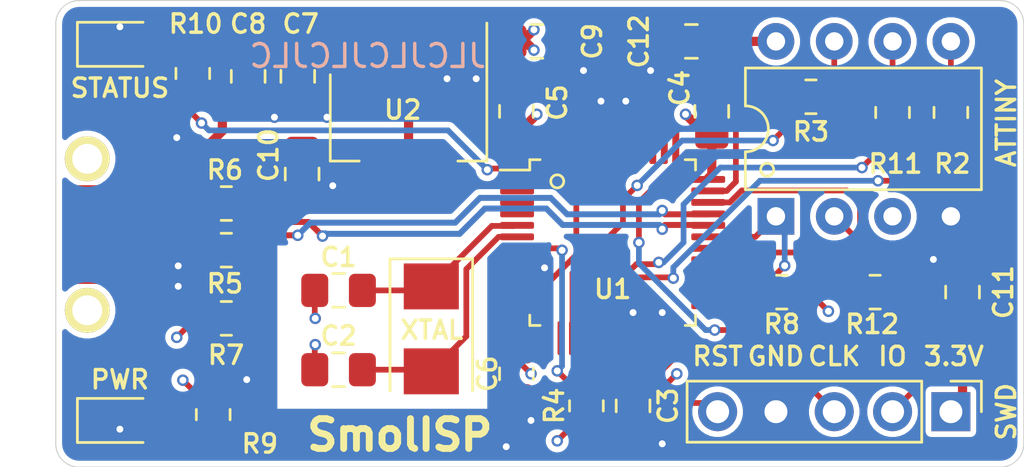
<source format=kicad_pcb>
(kicad_pcb (version 20171130) (host pcbnew "(5.1.8-0-10_14)")
  (title_block (title SmolISP) (date 2021-01-10) (company "Tibor Djurica Potpara"))
  (layers (0 F.Cu signal) (1 In1.Cu signal) (2 In2.Cu signal) (31 B.Cu signal) (34 B.Paste user hide) (35 F.Paste user hide) (36 B.SilkS user hide) (37 F.SilkS user) (38 B.Mask user hide) (39 F.Mask user hide) (44 Edge.Cuts user))
  (net 0 "")
  (net 1 "Net-(U1-Pad46)")
  (net 2 "Net-(U1-Pad45)")
  (net 3 "Net-(U1-Pad43)")
  (net 4 "Net-(U1-Pad42)")
  (net 5 "Net-(U1-Pad41)")
  (net 6 "Net-(U1-Pad40)")
  (net 7 "Net-(U1-Pad39)")
  (net 8 "Net-(U1-Pad38)")
  (net 9 "Net-(U1-Pad30)")
  (net 10 "Net-(U1-Pad28)")
  (net 11 "Net-(U1-Pad27)")
  (net 12 "Net-(U1-Pad26)")
  (net 13 "Net-(U1-Pad25)")
  (net 14 "Net-(U1-Pad22)")
  (net 15 "Net-(U1-Pad21)")
  (net 16 "Net-(U1-Pad19)")
  (net 17 "Net-(U1-Pad18)")
  (net 18 "Net-(U1-Pad14)")
  (net 19 "Net-(U1-Pad13)")
  (net 20 "Net-(U1-Pad12)")
  (net 21 "Net-(U1-Pad10)")
  (net 22 "Net-(U1-Pad4)")
  (net 23 "Net-(U1-Pad3)")
  (net 24 "Net-(U1-Pad2)")
  (net 25 "Net-(U1-Pad1)")
  (net 26 GND)
  (net 27 +5V)
  (net 28 +3V3)
  (net 29 "Net-(C1-Pad1)")
  (net 30 "Net-(C2-Pad1)")
  (net 31 "Net-(R2-Pad2)")
  (net 32 "Net-(R3-Pad2)")
  (net 33 USB+)
  (net 34 USB-)
  (net 35 "Net-(U3-Pad3)")
  (net 36 ISP_RESET)
  (net 37 ISP_MOSI)
  (net 38 ISP_MISO)
  (net 39 ISP_CLK)
  (net 40 "Net-(D1-Pad2)")
  (net 41 SWD_CLK)
  (net 42 SWD_IO)
  (net 43 "Net-(R10-Pad1)")
  (net 44 "Net-(R11-Pad2)")
  (net 45 "Net-(R12-Pad2)")
  (net 46 "Net-(J1-Pad4)")
  (net 47 /USB_CONN+)
  (net 48 /USB_CONN-)
  (net 49 SWD_NRST)
  (net 50 "Net-(D2-Pad2)")
  (net 51 ISP_AUX_CLOCK)
  (module 10118193-0001LF:101181930001LF (layer F.Cu) (at 131.4946 106.7116 270)
    (fp_text reference J1)
    (fp_text value USB_B_Micro)
    (pad MP4 smd rect (at 3.2 -2.375) (size 1.4 1.6) (layers F.Cu F.Paste F.Mask))
    (pad MP3 smd rect (at 1.2 0.075) (size 1.6 1.9) (layers F.Cu F.Paste F.Mask))
    (pad MP2 smd rect (at -1.2 0.075) (size 1.6 1.9) (layers F.Cu F.Paste F.Mask))
    (pad MP1 smd rect (at -3.2 -2.375) (size 1.4 1.6) (layers F.Cu F.Paste F.Mask))
    (pad MH2 thru_hole circle (at 3.3 0.075) (size 1.95 1.95) (drill 1.3) (layers *.Cu *.Mask F.SilkS))
    (pad MH1 thru_hole circle (at -3.3 0.075) (size 1.95 1.95) (drill 1.3) (layers *.Cu *.Mask F.SilkS))
    (pad 5 smd rect (at 1.3 -2.6 270) (size 0.4 1.35) (layers F.Cu F.Paste F.Mask) (net 26 GND))
    (pad 4 smd rect (at 0.65 -2.6 270) (size 0.4 1.35) (layers F.Cu F.Paste F.Mask) (net 46 "Net-(J1-Pad4)"))
    (pad 3 smd rect (at 0 -2.6 270) (size 0.4 1.35) (layers F.Cu F.Paste F.Mask) (net 47 /USB_CONN+))
    (pad 2 smd rect (at -0.65 -2.6 270) (size 0.4 1.35) (layers F.Cu F.Paste F.Mask) (net 48 /USB_CONN-))
    (pad 1 smd rect (at -1.3 -2.6 270) (size 0.4 1.35) (layers F.Cu F.Paste F.Mask) (net 27 +5V))
  )
  (module Connector_PinHeader_2.54mm:PinHeader_1x05_P2.54mm_Vertical (layer F.Cu) (at 169.037 114.427 270)
    (fp_text reference J2 hide)
    (fp_text value SWD)
    (pad 1 thru_hole rect (at 0 0 270) (size 1.7 1.7) (drill 1) (layers *.Cu *.Mask) (net 28 +3V3))
    (pad 2 thru_hole oval (at 0 2.54 270) (size 1.7 1.7) (drill 1) (layers *.Cu *.Mask) (net 42 SWD_IO))
    (pad 3 thru_hole oval (at 0 5.08 270) (size 1.7 1.7) (drill 1) (layers *.Cu *.Mask) (net 41 SWD_CLK))
    (pad 4 thru_hole oval (at 0 7.62 270) (size 1.7 1.7) (drill 1) (layers *.Cu *.Mask) (net 26 GND))
    (pad 5 thru_hole oval (at 0 10.16 270) (size 1.7 1.7) (drill 1) (layers *.Cu *.Mask) (net 49 SWD_NRST))
  )
  (module Resistor_SMD:R_0805_2012Metric_Pad1.20x1.40mm_HandSolder (layer F.Cu) (at 165.735 109.22)
    (fp_text reference R12 (at -0.127 1.397) (layer F.SilkS) (effects (font (size 0.8 0.8))))
    (fp_text value 1k)
    (pad 2 smd roundrect (at 1 0) (size 1.2 1.4) (layers F.Cu F.Paste F.Mask) (roundrect_rratio 0.2083325) (net 45 "Net-(R12-Pad2)"))
    (pad 1 smd roundrect (at -1 0) (size 1.2 1.4) (layers F.Cu F.Paste F.Mask) (roundrect_rratio 0.2083325) (net 51 ISP_AUX_CLOCK))
  )
  (module Package_DIP:DIP-8_W7.62mm (layer F.Cu) (at 161.417 105.918 90)
    (fp_text reference U3)
    (fp_text value ATtiny85-20PU)
    (pad 8 thru_hole oval (at 7.62 0 90) (size 1.6 1.6) (drill 0.8) (layers *.Cu *.Mask) (net 28 +3V3))
    (pad 4 thru_hole oval (at 0 7.62 90) (size 1.6 1.6) (drill 0.8) (layers *.Cu *.Mask) (net 26 GND))
    (pad 7 thru_hole oval (at 7.62 2.54 90) (size 1.6 1.6) (drill 0.8) (layers *.Cu *.Mask) (net 32 "Net-(R3-Pad2)"))
    (pad 3 thru_hole oval (at 0 5.08 90) (size 1.6 1.6) (drill 0.8) (layers *.Cu *.Mask) (net 35 "Net-(U3-Pad3)"))
    (pad 6 thru_hole oval (at 7.62 5.08 90) (size 1.6 1.6) (drill 0.8) (layers *.Cu *.Mask) (net 44 "Net-(R11-Pad2)"))
    (pad 2 thru_hole oval (at 0 2.54 90) (size 1.6 1.6) (drill 0.8) (layers *.Cu *.Mask) (net 45 "Net-(R12-Pad2)"))
    (pad 5 thru_hole oval (at 7.62 7.62 90) (size 1.6 1.6) (drill 0.8) (layers *.Cu *.Mask) (net 31 "Net-(R2-Pad2)"))
    (pad 1 thru_hole rect (at 0 0 90) (size 1.6 1.6) (drill 0.8) (layers *.Cu *.Mask) (net 36 ISP_RESET))
  )
  (module Resistor_SMD:R_0805_2012Metric_Pad1.20x1.40mm_HandSolder (layer F.Cu) (at 136.906 114.554 270)
    (fp_text reference R9 (at 1.27 -2.032) (layer F.SilkS) (effects (font (size 0.8 0.8))))
    (fp_text value 1k)
    (pad 2 smd roundrect (at 1 0 270) (size 1.2 1.4) (layers F.Cu F.Paste F.Mask) (roundrect_rratio 0.2083325) (net 40 "Net-(D1-Pad2)"))
    (pad 1 smd roundrect (at -1 0 270) (size 1.2 1.4) (layers F.Cu F.Paste F.Mask) (roundrect_rratio 0.2083325) (net 28 +3V3))
  )
  (module Resistor_SMD:R_0805_2012Metric_Pad1.20x1.40mm_HandSolder (layer F.Cu) (at 166.497 101.3935 90)
    (fp_text reference R11 (at -2.2385 0.127 180) (layer F.SilkS) (effects (font (size 0.8 0.8))))
    (fp_text value 1k)
    (pad 2 smd roundrect (at 1 0 90) (size 1.2 1.4) (layers F.Cu F.Paste F.Mask) (roundrect_rratio 0.2083325) (net 44 "Net-(R11-Pad2)"))
    (pad 1 smd roundrect (at -1 0 90) (size 1.2 1.4) (layers F.Cu F.Paste F.Mask) (roundrect_rratio 0.2083325) (net 38 ISP_MISO))
  )
  (module Resistor_SMD:R_0805_2012Metric_Pad1.20x1.40mm_HandSolder (layer F.Cu) (at 162.941 100.711)
    (fp_text reference R3 (at 0 1.524 180) (layer F.SilkS) (effects (font (size 0.8 0.8))))
    (fp_text value 1k)
    (pad 2 smd roundrect (at 1 0) (size 1.2 1.4) (layers F.Cu F.Paste F.Mask) (roundrect_rratio 0.2083325) (net 32 "Net-(R3-Pad2)"))
    (pad 1 smd roundrect (at -1 0) (size 1.2 1.4) (layers F.Cu F.Paste F.Mask) (roundrect_rratio 0.2083325) (net 39 ISP_CLK))
  )
  (module Resistor_SMD:R_0805_2012Metric_Pad1.20x1.40mm_HandSolder (layer F.Cu) (at 169.037 101.3935 90)
    (fp_text reference R2 (at -2.2385 0.0635) (layer F.SilkS) (effects (font (size 0.8 0.8))))
    (fp_text value 1k)
    (pad 2 smd roundrect (at 1 0 90) (size 1.2 1.4) (layers F.Cu F.Paste F.Mask) (roundrect_rratio 0.2083325) (net 31 "Net-(R2-Pad2)"))
    (pad 1 smd roundrect (at -1 0 90) (size 1.2 1.4) (layers F.Cu F.Paste F.Mask) (roundrect_rratio 0.2083325) (net 37 ISP_MOSI))
  )
  (module Package_QFP:LQFP-48_7x7mm_P0.5mm (layer F.Cu) (at 154.305 107.061)
    (fp_text reference U1 (at 0 2.032) (layer F.SilkS) (effects (font (size 0.8 0.8))))
    (fp_text value STM32F103C8Tx)
    (pad 48 smd roundrect (at -2.75 -4.1625) (size 0.3 1.475) (layers F.Cu F.Paste F.Mask) (net 28 +3V3))
    (pad 47 smd roundrect (at -2.25 -4.1625) (size 0.3 1.475) (layers F.Cu F.Paste F.Mask) (net 26 GND))
    (pad 46 smd roundrect (at -1.75 -4.1625) (size 0.3 1.475) (layers F.Cu F.Paste F.Mask) (net 1 "Net-(U1-Pad46)"))
    (pad 45 smd roundrect (at -1.25 -4.1625) (size 0.3 1.475) (layers F.Cu F.Paste F.Mask) (net 2 "Net-(U1-Pad45)"))
    (pad 44 smd roundrect (at -0.75 -4.1625) (size 0.3 1.475) (layers F.Cu F.Paste F.Mask) (net 26 GND))
    (pad 43 smd roundrect (at -0.25 -4.1625) (size 0.3 1.475) (layers F.Cu F.Paste F.Mask) (net 3 "Net-(U1-Pad43)"))
    (pad 42 smd roundrect (at 0.25 -4.1625) (size 0.3 1.475) (layers F.Cu F.Paste F.Mask) (net 4 "Net-(U1-Pad42)"))
    (pad 41 smd roundrect (at 0.75 -4.1625) (size 0.3 1.475) (layers F.Cu F.Paste F.Mask) (net 5 "Net-(U1-Pad41)"))
    (pad 40 smd roundrect (at 1.25 -4.1625) (size 0.3 1.475) (layers F.Cu F.Paste F.Mask) (net 6 "Net-(U1-Pad40)"))
    (pad 39 smd roundrect (at 1.75 -4.1625) (size 0.3 1.475) (layers F.Cu F.Paste F.Mask) (net 7 "Net-(U1-Pad39)"))
    (pad 38 smd roundrect (at 2.25 -4.1625) (size 0.3 1.475) (layers F.Cu F.Paste F.Mask) (net 8 "Net-(U1-Pad38)"))
    (pad 37 smd roundrect (at 2.75 -4.1625) (size 0.3 1.475) (layers F.Cu F.Paste F.Mask) (net 41 SWD_CLK))
    (pad 36 smd roundrect (at 4.1625 -2.75) (size 1.475 0.3) (layers F.Cu F.Paste F.Mask) (net 28 +3V3))
    (pad 35 smd roundrect (at 4.1625 -2.25) (size 1.475 0.3) (layers F.Cu F.Paste F.Mask) (net 26 GND))
    (pad 34 smd roundrect (at 4.1625 -1.75) (size 1.475 0.3) (layers F.Cu F.Paste F.Mask) (net 42 SWD_IO))
    (pad 33 smd roundrect (at 4.1625 -1.25) (size 1.475 0.3) (layers F.Cu F.Paste F.Mask) (net 33 USB+))
    (pad 32 smd roundrect (at 4.1625 -0.75) (size 1.475 0.3) (layers F.Cu F.Paste F.Mask) (net 34 USB-))
    (pad 31 smd roundrect (at 4.1625 -0.25) (size 1.475 0.3) (layers F.Cu F.Paste F.Mask) (net 36 ISP_RESET))
    (pad 30 smd roundrect (at 4.1625 0.25) (size 1.475 0.3) (layers F.Cu F.Paste F.Mask) (net 9 "Net-(U1-Pad30)"))
    (pad 29 smd roundrect (at 4.1625 0.75) (size 1.475 0.3) (layers F.Cu F.Paste F.Mask) (net 51 ISP_AUX_CLOCK))
    (pad 28 smd roundrect (at 4.1625 1.25) (size 1.475 0.3) (layers F.Cu F.Paste F.Mask) (net 10 "Net-(U1-Pad28)"))
    (pad 27 smd roundrect (at 4.1625 1.75) (size 1.475 0.3) (layers F.Cu F.Paste F.Mask) (net 11 "Net-(U1-Pad27)"))
    (pad 26 smd roundrect (at 4.1625 2.25) (size 1.475 0.3) (layers F.Cu F.Paste F.Mask) (net 12 "Net-(U1-Pad26)"))
    (pad 25 smd roundrect (at 4.1625 2.75) (size 1.475 0.3) (layers F.Cu F.Paste F.Mask) (net 13 "Net-(U1-Pad25)"))
    (pad 24 smd roundrect (at 2.75 4.1625) (size 0.3 1.475) (layers F.Cu F.Paste F.Mask) (net 28 +3V3))
    (pad 23 smd roundrect (at 2.25 4.1625) (size 0.3 1.475) (layers F.Cu F.Paste F.Mask) (net 26 GND))
    (pad 22 smd roundrect (at 1.75 4.1625) (size 0.3 1.475) (layers F.Cu F.Paste F.Mask) (net 14 "Net-(U1-Pad22)"))
    (pad 21 smd roundrect (at 1.25 4.1625) (size 0.3 1.475) (layers F.Cu F.Paste F.Mask) (net 15 "Net-(U1-Pad21)"))
    (pad 20 smd roundrect (at 0.75 4.1625) (size 0.3 1.475) (layers F.Cu F.Paste F.Mask) (net 26 GND))
    (pad 19 smd roundrect (at 0.25 4.1625) (size 0.3 1.475) (layers F.Cu F.Paste F.Mask) (net 16 "Net-(U1-Pad19)"))
    (pad 18 smd roundrect (at -0.25 4.1625) (size 0.3 1.475) (layers F.Cu F.Paste F.Mask) (net 17 "Net-(U1-Pad18)"))
    (pad 17 smd roundrect (at -0.75 4.1625) (size 0.3 1.475) (layers F.Cu F.Paste F.Mask) (net 37 ISP_MOSI))
    (pad 16 smd roundrect (at -1.25 4.1625) (size 0.3 1.475) (layers F.Cu F.Paste F.Mask) (net 38 ISP_MISO))
    (pad 15 smd roundrect (at -1.75 4.1625) (size 0.3 1.475) (layers F.Cu F.Paste F.Mask) (net 39 ISP_CLK))
    (pad 14 smd roundrect (at -2.25 4.1625) (size 0.3 1.475) (layers F.Cu F.Paste F.Mask) (net 18 "Net-(U1-Pad14)"))
    (pad 13 smd roundrect (at -2.75 4.1625) (size 0.3 1.475) (layers F.Cu F.Paste F.Mask) (net 19 "Net-(U1-Pad13)"))
    (pad 12 smd roundrect (at -4.1625 2.75) (size 1.475 0.3) (layers F.Cu F.Paste F.Mask) (net 20 "Net-(U1-Pad12)"))
    (pad 11 smd roundrect (at -4.1625 2.25) (size 1.475 0.3) (layers F.Cu F.Paste F.Mask) (net 43 "Net-(R10-Pad1)"))
    (pad 10 smd roundrect (at -4.1625 1.75) (size 1.475 0.3) (layers F.Cu F.Paste F.Mask) (net 21 "Net-(U1-Pad10)"))
    (pad 9 smd roundrect (at -4.1625 1.25) (size 1.475 0.3) (layers F.Cu F.Paste F.Mask) (net 28 +3V3))
    (pad 8 smd roundrect (at -4.1625 0.75) (size 1.475 0.3) (layers F.Cu F.Paste F.Mask) (net 26 GND))
    (pad 7 smd roundrect (at -4.1625 0.25) (size 1.475 0.3) (layers F.Cu F.Paste F.Mask) (net 49 SWD_NRST))
    (pad 6 smd roundrect (at -4.1625 -0.25) (size 1.475 0.3) (layers F.Cu F.Paste F.Mask) (net 30 "Net-(C2-Pad1)"))
    (pad 5 smd roundrect (at -4.1625 -0.75) (size 1.475 0.3) (layers F.Cu F.Paste F.Mask) (net 29 "Net-(C1-Pad1)"))
    (pad 4 smd roundrect (at -4.1625 -1.25) (size 1.475 0.3) (layers F.Cu F.Paste F.Mask) (net 22 "Net-(U1-Pad4)"))
    (pad 3 smd roundrect (at -4.1625 -1.75) (size 1.475 0.3) (layers F.Cu F.Paste F.Mask) (net 23 "Net-(U1-Pad3)"))
    (pad 2 smd roundrect (at -4.1625 -2.25) (size 1.475 0.3) (layers F.Cu F.Paste F.Mask) (net 24 "Net-(U1-Pad2)"))
    (pad 1 smd roundrect (at -4.1625 -2.75) (size 1.475 0.3) (layers F.Cu F.Paste F.Mask) (net 25 "Net-(U1-Pad1)"))
  )
  (module Capacitor_SMD:C_0805_2012Metric_Pad1.18x1.45mm_HandSolder (layer F.Cu) (at 140.589 99.822 270)
    (fp_text reference C7 (at -2.286 -0.127 180) (layer F.SilkS) (effects (font (size 0.8 0.8))))
    (fp_text value 4.7u)
    (pad 2 smd roundrect (at 1.0375 0 270) (size 1.175 1.45) (layers F.Cu F.Paste F.Mask) (roundrect_rratio 0.2127659574468085) (net 26 GND))
    (pad 1 smd roundrect (at -1.0375 0 270) (size 1.175 1.45) (layers F.Cu F.Paste F.Mask) (roundrect_rratio 0.2127659574468085) (net 27 +5V))
  )
  (module Resistor_SMD:R_0805_2012Metric_Pad1.20x1.40mm_HandSolder (layer F.Cu) (at 137.4775 107.3912)
    (fp_text reference R5 (at -0.0635 1.4605 180) (layer F.SilkS) (effects (font (size 0.8 0.8))))
    (fp_text value 20R)
    (pad 2 smd roundrect (at 1 0) (size 1.2 1.4) (layers F.Cu F.Paste F.Mask) (roundrect_rratio 0.2083325) (net 33 USB+))
    (pad 1 smd roundrect (at -1 0) (size 1.2 1.4) (layers F.Cu F.Paste F.Mask) (roundrect_rratio 0.2083325) (net 47 /USB_CONN+))
  )
  (module Resistor_SMD:R_0805_2012Metric_Pad1.20x1.40mm_HandSolder (layer F.Cu) (at 137.4775 105.3592)
    (fp_text reference R6 (at -0.0635 -1.4605) (layer F.SilkS) (effects (font (size 0.8 0.8))))
    (fp_text value 20R)
    (pad 2 smd roundrect (at 1 0) (size 1.2 1.4) (layers F.Cu F.Paste F.Mask) (roundrect_rratio 0.2083325) (net 34 USB-))
    (pad 1 smd roundrect (at -1 0) (size 1.2 1.4) (layers F.Cu F.Paste F.Mask) (roundrect_rratio 0.2083325) (net 48 /USB_CONN-))
  )
  (module Capacitor_SMD:C_0805_2012Metric_Pad1.18x1.45mm_HandSolder (layer F.Cu) (at 140.7795 104.0765 270)
    (fp_text reference C10 (at -0.8255 1.4605 90) (layer F.SilkS) (effects (font (size 0.8 0.8))))
    (fp_text value 4.7u)
    (pad 2 smd roundrect (at 1.0375 0 270) (size 1.175 1.45) (layers F.Cu F.Paste F.Mask) (roundrect_rratio 0.2127659574468085) (net 26 GND))
    (pad 1 smd roundrect (at -1.0375 0 270) (size 1.175 1.45) (layers F.Cu F.Paste F.Mask) (roundrect_rratio 0.2127659574468085) (net 28 +3V3))
  )
  (module Crystal:Crystal_SMD_5032-2Pin_5.0x3.2mm (layer F.Cu) (at 146.4056 110.8202 270)
    (fp_text reference Y1)
    (fp_text value "8 MHz")
    (pad 2 smd rect (at 1.85 0 270) (size 2 2.4) (layers F.Cu F.Paste F.Mask) (net 30 "Net-(C2-Pad1)"))
    (pad 1 smd rect (at -1.85 0 270) (size 2 2.4) (layers F.Cu F.Paste F.Mask) (net 29 "Net-(C1-Pad1)"))
  )
  (module Resistor_SMD:R_0805_2012Metric_Pad1.20x1.40mm_HandSolder (layer F.Cu) (at 136.017 99.695 90)
    (fp_text reference R10 (at 2.159 0.127 180) (layer F.SilkS) (effects (font (size 0.8 0.8))))
    (fp_text value 1k)
    (pad 2 smd roundrect (at 1 0 90) (size 1.2 1.4) (layers F.Cu F.Paste F.Mask) (roundrect_rratio 0.2083325) (net 50 "Net-(D2-Pad2)"))
    (pad 1 smd roundrect (at -1 0 90) (size 1.2 1.4) (layers F.Cu F.Paste F.Mask) (roundrect_rratio 0.2083325) (net 43 "Net-(R10-Pad1)"))
  )
  (module LED_SMD:LED_0805_2012Metric_Pad1.15x1.40mm_HandSolder (layer F.Cu) (at 132.851 114.808)
    (fp_text reference D1)
    (fp_text value PWR)
    (pad 2 smd roundrect (at 1.025 0) (size 1.15 1.4) (layers F.Cu F.Paste F.Mask) (roundrect_rratio 0.2173904347826087) (net 40 "Net-(D1-Pad2)"))
    (pad 1 smd roundrect (at -1.025 0) (size 1.15 1.4) (layers F.Cu F.Paste F.Mask) (roundrect_rratio 0.2173904347826087) (net 26 GND))
  )
  (module LED_SMD:LED_0805_2012Metric_Pad1.15x1.40mm_HandSolder (layer F.Cu) (at 132.851 98.425)
    (fp_text reference D2)
    (fp_text value STATUS)
    (pad 2 smd roundrect (at 1.025 0) (size 1.15 1.4) (layers F.Cu F.Paste F.Mask) (roundrect_rratio 0.2173904347826087) (net 50 "Net-(D2-Pad2)"))
    (pad 1 smd roundrect (at -1.025 0) (size 1.15 1.4) (layers F.Cu F.Paste F.Mask) (roundrect_rratio 0.2173904347826087) (net 26 GND))
  )
  (module Capacitor_SMD:C_0805_2012Metric_Pad1.18x1.45mm_HandSolder (layer F.Cu) (at 158.623 101.346 270)
    (fp_text reference C4 (at -1.016 1.397 270) (layer F.SilkS) (effects (font (size 0.8 0.8))))
    (fp_text value 100n)
    (pad 2 smd roundrect (at 1.0375 0 270) (size 1.175 1.45) (layers F.Cu F.Paste F.Mask) (roundrect_rratio 0.2127659574468085) (net 28 +3V3))
    (pad 1 smd roundrect (at -1.0375 0 270) (size 1.175 1.45) (layers F.Cu F.Paste F.Mask) (roundrect_rratio 0.2127659574468085) (net 26 GND))
  )
  (module Resistor_SMD:R_0805_2012Metric_Pad1.20x1.40mm_HandSolder (layer F.Cu) (at 161.671 109.22 180)
    (fp_text reference R8 (at 0 -1.397 180) (layer F.SilkS) (effects (font (size 0.8 0.8))))
    (fp_text value 10k)
    (pad 2 smd roundrect (at 1 0 180) (size 1.2 1.4) (layers F.Cu F.Paste F.Mask) (roundrect_rratio 0.2083325) (net 36 ISP_RESET))
    (pad 1 smd roundrect (at -1 0 180) (size 1.2 1.4) (layers F.Cu F.Paste F.Mask) (roundrect_rratio 0.2083325) (net 28 +3V3))
  )
  (module Capacitor_SMD:C_0805_2012Metric_Pad1.18x1.45mm_HandSolder (layer F.Cu) (at 157.734 98.298)
    (fp_text reference C12 (at -2.286 0 270) (layer F.SilkS) (effects (font (size 0.8 0.8))))
    (fp_text value 100n)
    (pad 2 smd roundrect (at 1.0375 0) (size 1.175 1.45) (layers F.Cu F.Paste F.Mask) (roundrect_rratio 0.2127659574468085) (net 28 +3V3))
    (pad 1 smd roundrect (at -1.0375 0) (size 1.175 1.45) (layers F.Cu F.Paste F.Mask) (roundrect_rratio 0.2127659574468085) (net 26 GND))
  )
  (module Resistor_SMD:R_0805_2012Metric_Pad1.20x1.40mm_HandSolder (layer F.Cu) (at 137.4775 110.363)
    (fp_text reference R7 (at -0.0127 1.6002 180) (layer F.SilkS) (effects (font (size 0.8 0.8))))
    (fp_text value 1.5k)
    (pad 2 smd roundrect (at 1 0) (size 1.2 1.4) (layers F.Cu F.Paste F.Mask) (roundrect_rratio 0.2083325) (net 33 USB+))
    (pad 1 smd roundrect (at -1 0) (size 1.2 1.4) (layers F.Cu F.Paste F.Mask) (roundrect_rratio 0.2083325) (net 28 +3V3))
  )
  (module Resistor_SMD:R_0805_2012Metric_Pad1.20x1.40mm_HandSolder (layer F.Cu) (at 153.162 114.173 90)
    (fp_text reference R4 (at 0 -1.397 90) (layer F.SilkS) (effects (font (size 0.8 0.8))))
    (fp_text value 10k)
    (pad 2 smd roundrect (at 1 0 90) (size 1.2 1.4) (layers F.Cu F.Paste F.Mask) (roundrect_rratio 0.2083325) (net 49 SWD_NRST))
    (pad 1 smd roundrect (at -1 0 90) (size 1.2 1.4) (layers F.Cu F.Paste F.Mask) (roundrect_rratio 0.2083325) (net 28 +3V3))
  )
  (module Capacitor_SMD:C_0805_2012Metric_Pad1.18x1.45mm_HandSolder (layer F.Cu) (at 169.545 109.22 90)
    (fp_text reference C11 (at 0 1.778 270) (layer F.SilkS) (effects (font (size 0.8 0.8))))
    (fp_text value 100n)
    (pad 2 smd roundrect (at 1.0375 0 90) (size 1.175 1.45) (layers F.Cu F.Paste F.Mask) (roundrect_rratio 0.2127659574468085) (net 26 GND))
    (pad 1 smd roundrect (at -1.0375 0 90) (size 1.175 1.45) (layers F.Cu F.Paste F.Mask) (roundrect_rratio 0.2127659574468085) (net 28 +3V3))
  )
  (module Capacitor_SMD:C_0805_2012Metric_Pad1.18x1.45mm_HandSolder (layer F.Cu) (at 151.003 98.298)
    (fp_text reference C9 (at 2.413 0 90) (layer F.SilkS) (effects (font (size 0.8 0.8))))
    (fp_text value 100n)
    (pad 2 smd roundrect (at 1.0375 0) (size 1.175 1.45) (layers F.Cu F.Paste F.Mask) (roundrect_rratio 0.2127659574468085) (net 26 GND))
    (pad 1 smd roundrect (at -1.0375 0) (size 1.175 1.45) (layers F.Cu F.Paste F.Mask) (roundrect_rratio 0.2127659574468085) (net 28 +3V3))
  )
  (module Capacitor_SMD:C_0805_2012Metric_Pad1.18x1.45mm_HandSolder (layer F.Cu) (at 138.43 99.822 270)
    (fp_text reference C8 (at -2.286 0 180) (layer F.SilkS) (effects (font (size 0.8 0.8))))
    (fp_text value 100n)
    (pad 2 smd roundrect (at 1.0375 0 270) (size 1.175 1.45) (layers F.Cu F.Paste F.Mask) (roundrect_rratio 0.2127659574468085) (net 26 GND))
    (pad 1 smd roundrect (at -1.0375 0 270) (size 1.175 1.45) (layers F.Cu F.Paste F.Mask) (roundrect_rratio 0.2127659574468085) (net 27 +5V))
  )
  (module Capacitor_SMD:C_0805_2012Metric_Pad1.18x1.45mm_HandSolder (layer F.Cu) (at 150.114 112.776 90)
    (fp_text reference C6 (at 0 -1.27 270) (layer F.SilkS) (effects (font (size 0.8 0.8))))
    (fp_text value 100n)
    (pad 2 smd roundrect (at 1.0375 0 90) (size 1.175 1.45) (layers F.Cu F.Paste F.Mask) (roundrect_rratio 0.2127659574468085) (net 28 +3V3))
    (pad 1 smd roundrect (at -1.0375 0 90) (size 1.175 1.45) (layers F.Cu F.Paste F.Mask) (roundrect_rratio 0.2127659574468085) (net 26 GND))
  )
  (module Capacitor_SMD:C_0805_2012Metric_Pad1.18x1.45mm_HandSolder (layer F.Cu) (at 150.114 101.346 270)
    (fp_text reference C5 (at -0.381 -1.778 90) (layer F.SilkS) (effects (font (size 0.8 0.8))))
    (fp_text value 100n)
    (pad 2 smd roundrect (at 1.0375 0 270) (size 1.175 1.45) (layers F.Cu F.Paste F.Mask) (roundrect_rratio 0.2127659574468085) (net 28 +3V3))
    (pad 1 smd roundrect (at -1.0375 0 270) (size 1.175 1.45) (layers F.Cu F.Paste F.Mask) (roundrect_rratio 0.2127659574468085) (net 26 GND))
  )
  (module Capacitor_SMD:C_0805_2012Metric_Pad1.18x1.45mm_HandSolder (layer F.Cu) (at 155.194 114.173 90)
    (fp_text reference C3 (at 0 1.524 90) (layer F.SilkS) (effects (font (size 0.8 0.8))))
    (fp_text value 100n)
    (pad 2 smd roundrect (at 1.0375 0 90) (size 1.175 1.45) (layers F.Cu F.Paste F.Mask) (roundrect_rratio 0.2127659574468085) (net 28 +3V3))
    (pad 1 smd roundrect (at -1.0375 0 90) (size 1.175 1.45) (layers F.Cu F.Paste F.Mask) (roundrect_rratio 0.2127659574468085) (net 26 GND))
  )
  (module Capacitor_SMD:C_0805_2012Metric_Pad1.18x1.45mm_HandSolder (layer F.Cu) (at 142.367 112.5982 180)
    (fp_text reference C2 (at 0 1.4732) (layer F.SilkS) (effects (font (size 0.8 0.8))))
    (fp_text value 20p)
    (pad 2 smd roundrect (at 1.0375 0 180) (size 1.175 1.45) (layers F.Cu F.Paste F.Mask) (roundrect_rratio 0.2127659574468085) (net 26 GND))
    (pad 1 smd roundrect (at -1.0375 0 180) (size 1.175 1.45) (layers F.Cu F.Paste F.Mask) (roundrect_rratio 0.2127659574468085) (net 30 "Net-(C2-Pad1)"))
  )
  (module Capacitor_SMD:C_0805_2012Metric_Pad1.18x1.45mm_HandSolder (layer F.Cu) (at 142.367 109.1438 180)
    (fp_text reference C1 (at 0 1.4478) (layer F.SilkS) (effects (font (size 0.8 0.8))))
    (fp_text value 20p)
    (pad 2 smd roundrect (at 1.0375 0 180) (size 1.175 1.45) (layers F.Cu F.Paste F.Mask) (roundrect_rratio 0.2127659574468085) (net 26 GND))
    (pad 1 smd roundrect (at -1.0375 0 180) (size 1.175 1.45) (layers F.Cu F.Paste F.Mask) (roundrect_rratio 0.2127659574468085) (net 29 "Net-(C1-Pad1)"))
  )
  (module Package_TO_SOT_SMD:SOT-223-3_TabPin2 (layer F.Cu) (at 145.415 101.6 270)
    (fp_text reference U2 (at -0.3175 0.254 180) (layer F.SilkS) (effects (font (size 0.8 0.8))))
    (fp_text value AMS1117-3.3)
    (pad 1 smd rect (at -3.15 -2.3 270) (size 2 1.5) (layers F.Cu F.Paste F.Mask) (net 26 GND))
    (pad 3 smd rect (at -3.15 2.3 270) (size 2 1.5) (layers F.Cu F.Paste F.Mask) (net 27 +5V))
    (pad 2 smd rect (at -3.15 0 270) (size 2 1.5) (layers F.Cu F.Paste F.Mask) (net 28 +3V3))
    (pad 2 smd rect (at 3.15 0 270) (size 2 3.8) (layers F.Cu F.Paste F.Mask) (net 28 +3V3))
  )
  (gr_text RST (at 158.877 112.014) (layer F.SilkS) (effects (font (size 0.8 0.8))))
  (gr_text XTAL (at 146.431 110.871) (layer F.SilkS) (effects (font (size 0.8 0.8))))
  (gr_text SmolISP (at 145.034 115.443) (layer F.SilkS) (effects (font (size 1.3 1.3) (thickness 0.3))))
  (gr_text STATUS (at 132.842 100.33) (layer F.SilkS) (effects (font (size 0.8 0.8))))
  (gr_text PWR (at 132.842 113.03) (layer F.SilkS) (effects (font (size 0.8 0.8))))
  (gr_text SWD (at 171.45 114.427 90) (layer F.SilkS) (effects (font (size 0.8 0.8))))
  (gr_text JLCJLCJLCJLC (at 143.637 98.933) (layer B.SilkS) (effects (font (size 1 1)) (justify mirror)))
  (gr_circle (center 161.036 103.886) (end 161.29 104.013) (layer F.SilkS) (width 0.12))
  (gr_circle (center 151.892 104.394) (end 152.146 104.521) (layer F.SilkS) (width 0.12))
  (gr_text ATTINY (at 171.45 101.854 90) (layer F.SilkS) (effects (font (size 0.8 0.8))))
  (gr_text 3.3V (at 169.164 112.014) (layer F.SilkS) (effects (font (size 0.8 0.8))))
  (gr_text IO (at 166.497 112.014) (layer F.SilkS) (effects (font (size 0.8 0.8))))
  (gr_text CLK (at 163.957 112.014) (layer F.SilkS) (effects (font (size 0.8 0.8))))
  (gr_text GND (at 161.417 112.014) (layer F.SilkS) (effects (font (size 0.8 0.8))))
  (gr_line (start 171.196 96.52) (end 131.064 96.52) (layer Edge.Cuts) (width 0.05))
  (gr_line (start 171.196 116.84) (end 131.064 116.84) (layer Edge.Cuts) (width 0.05))
  (gr_arc (start 171.196 97.536) (end 172.212 97.536) (angle -90) (layer Edge.Cuts) (width 0.05))
  (gr_line (start 172.212 115.824) (end 172.212 97.536) (layer Edge.Cuts) (width 0.05))
  (gr_arc (start 171.196 115.824) (end 171.196 116.84) (angle -90) (layer Edge.Cuts) (width 0.05))
  (gr_arc (start 131.064 115.824) (end 130.048 115.824) (angle -90) (layer Edge.Cuts) (width 0.05))
  (gr_line (start 130.048 97.536) (end 130.048 115.824) (layer Edge.Cuts) (width 0.05))
  (gr_arc (start 131.064 97.536) (end 131.064 96.52) (angle -90) (layer Edge.Cuts) (width 0.05))
  (via (at 141.859 101.6) (size 0.5) (drill 0.3) (layers F.Cu B.Cu) (net 26))
  (segment (start 141.2455 100.9865) (end 141.859 101.6) (width 0.4) (layer F.Cu) (net 26))
  (segment (start 140.589 100.9865) (end 141.2455 100.9865) (width 0.4) (layer F.Cu) (net 26))
  (via (at 139.573 101.6) (size 0.5) (drill 0.3) (layers F.Cu B.Cu) (net 26))
  (segment (start 138.9595 100.9865) (end 139.573 101.6) (width 0.4) (layer F.Cu) (net 26))
  (segment (start 138.43 100.9865) (end 138.9595 100.9865) (width 0.4) (layer F.Cu) (net 26))
  (segment (start 150.114 114.173) (end 150.749 114.808) (width 0.25) (layer F.Cu) (net 26))
  (via (at 150.749 114.808) (size 0.5) (drill 0.3) (layers F.Cu B.Cu) (net 26))
  (segment (start 150.114 113.8135) (end 150.114 114.173) (width 0.25) (layer F.Cu) (net 26))
  (via (at 156.464 110.109) (size 0.5) (drill 0.3) (layers F.Cu B.Cu) (net 26))
  (segment (start 156.555 110.2) (end 156.464 110.109) (width 0.25) (layer F.Cu) (net 26))
  (segment (start 156.555 111.2235) (end 156.555 110.2) (width 0.25) (layer F.Cu) (net 26))
  (segment (start 155.055 110.248) (end 155.194 110.109) (width 0.25) (layer F.Cu) (net 26))
  (via (at 155.194 110.109) (size 0.5) (drill 0.3) (layers F.Cu B.Cu) (net 26))
  (segment (start 155.055 111.2235) (end 155.055 110.248) (width 0.25) (layer F.Cu) (net 26))
  (via (at 168.275 107.795001) (size 0.5) (drill 0.3) (layers F.Cu B.Cu) (net 26))
  (segment (start 168.662499 108.1825) (end 168.275 107.795001) (width 0.4) (layer F.Cu) (net 26))
  (segment (start 169.545 108.1825) (end 168.662499 108.1825) (width 0.4) (layer F.Cu) (net 26))
  (segment (start 152.055 101.6515) (end 152.055 102.8985) (width 0.25) (layer F.Cu) (net 26))
  (segment (start 150.839 100.4355) (end 152.055 101.6515) (width 0.25) (layer F.Cu) (net 26))
  (segment (start 150.114 100.4355) (end 150.839 100.4355) (width 0.25) (layer F.Cu) (net 26))
  (segment (start 153.111202 101.6515) (end 152.055 101.6515) (width 0.25) (layer F.Cu) (net 26))
  (segment (start 153.555 102.095298) (end 153.111202 101.6515) (width 0.25) (layer F.Cu) (net 26))
  (segment (start 153.555 102.8985) (end 153.555 102.095298) (width 0.25) (layer F.Cu) (net 26))
  (segment (start 159.67301 104.408692) (end 159.67301 101.35851) (width 0.25) (layer F.Cu) (net 26))
  (segment (start 159.270702 104.811) (end 159.67301 104.408692) (width 0.25) (layer F.Cu) (net 26))
  (segment (start 159.67301 101.35851) (end 158.623 100.3085) (width 0.25) (layer F.Cu) (net 26))
  (segment (start 158.4675 104.811) (end 159.270702 104.811) (width 0.25) (layer F.Cu) (net 26))
  (segment (start 152.0405 98.5735) (end 153.035 99.568) (width 0.4) (layer F.Cu) (net 26))
  (via (at 153.035 99.568) (size 0.5) (drill 0.3) (layers F.Cu B.Cu) (net 26))
  (segment (start 152.0405 98.298) (end 152.0405 98.5735) (width 0.4) (layer F.Cu) (net 26))
  (via (at 155.956 99.568) (size 0.5) (drill 0.3) (layers F.Cu B.Cu) (net 26))
  (segment (start 156.6965 98.8275) (end 155.956 99.568) (width 0.4) (layer F.Cu) (net 26))
  (segment (start 156.6965 98.298) (end 156.6965 98.8275) (width 0.4) (layer F.Cu) (net 26))
  (segment (start 158.623 100.2245) (end 156.6965 98.298) (width 0.4) (layer F.Cu) (net 26))
  (segment (start 158.623 100.3085) (end 158.623 100.2245) (width 0.4) (layer F.Cu) (net 26))
  (segment (start 152.0405 98.509) (end 152.0405 98.298) (width 0.4) (layer F.Cu) (net 26))
  (segment (start 150.114 100.4355) (end 152.0405 98.509) (width 0.4) (layer F.Cu) (net 26))
  (via (at 132.842 115.189) (size 0.5) (drill 0.3) (layers F.Cu B.Cu) (net 26))
  (segment (start 132.461 114.808) (end 132.842 115.189) (width 0.25) (layer F.Cu) (net 26))
  (segment (start 131.826 114.808) (end 132.461 114.808) (width 0.25) (layer F.Cu) (net 26))
  (via (at 132.842 97.663) (size 0.5) (drill 0.3) (layers F.Cu B.Cu) (net 26))
  (segment (start 132.08 98.425) (end 132.842 97.663) (width 0.25) (layer F.Cu) (net 26))
  (segment (start 131.826 98.425) (end 132.08 98.425) (width 0.25) (layer F.Cu) (net 26))
  (via (at 141.351 110.363) (size 0.5) (drill 0.3) (layers F.Cu B.Cu) (net 26))
  (segment (start 141.3295 110.3415) (end 141.351 110.363) (width 0.25) (layer F.Cu) (net 26))
  (segment (start 141.3295 109.1438) (end 141.3295 110.3415) (width 0.25) (layer F.Cu) (net 26))
  (via (at 141.351 111.506) (size 0.5) (drill 0.3) (layers F.Cu B.Cu) (net 26))
  (segment (start 141.3295 111.5275) (end 141.351 111.506) (width 0.25) (layer F.Cu) (net 26))
  (segment (start 141.3295 112.5982) (end 141.3295 111.5275) (width 0.25) (layer F.Cu) (net 26))
  (via (at 142.113 104.5845) (size 0.5) (drill 0.3) (layers F.Cu B.Cu) (net 26))
  (segment (start 141.5835 105.114) (end 142.113 104.5845) (width 0.4) (layer F.Cu) (net 26))
  (segment (start 140.7795 105.114) (end 141.5835 105.114) (width 0.4) (layer F.Cu) (net 26))
  (via (at 148.3614 99.9236) (size 0.5) (drill 0.3) (layers F.Cu B.Cu) (net 26))
  (via (at 147.0914 99.9236) (size 0.5) (drill 0.3) (layers F.Cu B.Cu) (net 26))
  (segment (start 147.715 99.3) (end 147.0914 99.9236) (width 0.4) (layer F.Cu) (net 26))
  (segment (start 147.715 98.45) (end 147.715 99.3) (width 0.4) (layer F.Cu) (net 26))
  (segment (start 147.715 99.2772) (end 148.3614 99.9236) (width 0.4) (layer F.Cu) (net 26))
  (segment (start 147.715 98.45) (end 147.715 99.2772) (width 0.4) (layer F.Cu) (net 26))
  (via (at 151.339414 108.159414) (size 0.5) (drill 0.3) (layers F.Cu B.Cu) (net 26))
  (segment (start 150.991 107.811) (end 151.339414 108.159414) (width 0.25) (layer F.Cu) (net 26))
  (segment (start 150.1425 107.811) (end 150.991 107.811) (width 0.25) (layer F.Cu) (net 26))
  (via (at 149.6695 115.951) (size 0.5) (drill 0.3) (layers F.Cu B.Cu) (net 26))
  (via (at 138.3665 113.03) (size 0.5) (drill 0.3) (layers F.Cu B.Cu) (net 26))
  (via (at 135.3185 102.489) (size 0.5) (drill 0.3) (layers F.Cu B.Cu) (net 26))
  (via (at 153.797 100.9015) (size 0.5) (drill 0.3) (layers F.Cu B.Cu) (net 26))
  (via (at 154.8765 100.9015) (size 0.5) (drill 0.3) (layers F.Cu B.Cu) (net 26))
  (via (at 156.464 115.824) (size 0.5) (drill 0.3) (layers F.Cu B.Cu) (net 26))
  (segment (start 155.8505 115.2105) (end 156.464 115.824) (width 0.25) (layer F.Cu) (net 26))
  (segment (start 155.194 115.2105) (end 155.8505 115.2105) (width 0.25) (layer F.Cu) (net 26))
  (via (at 135.382 108.077) (size 0.5) (drill 0.3) (layers F.Cu B.Cu) (net 26))
  (segment (start 135.3166 108.0116) (end 135.382 108.077) (width 0.4) (layer F.Cu) (net 26))
  (segment (start 134.0946 108.0116) (end 135.3166 108.0116) (width 0.4) (layer F.Cu) (net 26))
  (via (at 135.382 108.966) (size 0.5) (drill 0.3) (layers F.Cu B.Cu) (net 26))
  (segment (start 134.0946 108.0116) (end 134.5546 108.0116) (width 0.4) (layer F.Cu) (net 26))
  (segment (start 134.4276 108.0116) (end 135.382 108.966) (width 0.4) (layer F.Cu) (net 26))
  (segment (start 134.0946 108.0116) (end 134.4276 108.0116) (width 0.4) (layer F.Cu) (net 26))
  (segment (start 137.30499 99.90951) (end 138.43 98.7845) (width 0.4) (layer F.Cu) (net 27))
  (segment (start 137.30499 102.20121) (end 137.30499 99.90951) (width 0.4) (layer F.Cu) (net 27))
  (segment (start 134.0946 105.4116) (end 137.30499 102.20121) (width 0.4) (layer F.Cu) (net 27))
  (segment (start 138.43 98.7845) (end 140.589 98.7845) (width 0.4) (layer F.Cu) (net 27))
  (segment (start 142.7805 98.7845) (end 143.115 98.45) (width 0.4) (layer F.Cu) (net 27))
  (segment (start 140.589 98.7845) (end 142.7805 98.7845) (width 0.4) (layer F.Cu) (net 27))
  (via (at 163.703 110.05101) (size 0.5) (drill 0.3) (layers F.Cu B.Cu) (net 28))
  (segment (start 162.87199 109.22) (end 163.703 110.05101) (width 0.25) (layer F.Cu) (net 28))
  (segment (start 162.671 109.22) (end 162.87199 109.22) (width 0.25) (layer F.Cu) (net 28))
  (segment (start 151.11699 102.5105) (end 151.50499 102.8985) (width 0.4) (layer F.Cu) (net 28))
  (segment (start 150.114 102.5105) (end 151.11699 102.5105) (width 0.4) (layer F.Cu) (net 28))
  (segment (start 158.623 104.10549) (end 158.4675 104.26099) (width 0.4) (layer F.Cu) (net 28))
  (segment (start 158.623 102.3835) (end 158.623 104.10549) (width 0.4) (layer F.Cu) (net 28))
  (segment (start 158.7715 98.298) (end 161.417 98.298) (width 0.4) (layer F.Cu) (net 28))
  (segment (start 145.415 98.45) (end 145.415 98.2) (width 0.4) (layer F.Cu) (net 28))
  (segment (start 146.565001 97.049999) (end 148.717499 97.049999) (width 0.4) (layer F.Cu) (net 28))
  (segment (start 148.717499 97.049999) (end 149.9655 98.298) (width 0.4) (layer F.Cu) (net 28))
  (segment (start 145.415 98.2) (end 146.565001 97.049999) (width 0.4) (layer F.Cu) (net 28))
  (segment (start 145.415 104.75) (end 145.415 98.45) (width 0.4) (layer F.Cu) (net 28))
  (segment (start 149.9655 98.298) (end 149.9655 98.0655) (width 0.4) (layer F.Cu) (net 28))
  (segment (start 150.368 98.298) (end 150.876 97.79) (width 0.4) (layer F.Cu) (net 28))
  (segment (start 150.495 98.298) (end 150.876 98.679) (width 0.4) (layer F.Cu) (net 28))
  (via (at 150.876 98.679) (size 0.5) (drill 0.3) (layers F.Cu B.Cu) (net 28))
  (segment (start 149.9655 98.298) (end 150.495 98.298) (width 0.4) (layer F.Cu) (net 28))
  (segment (start 149.9655 98.298) (end 150.368 98.298) (width 0.4) (layer F.Cu) (net 28))
  (via (at 150.876 97.79) (size 0.5) (drill 0.3) (layers F.Cu B.Cu) (net 28))
  (via (at 151.003 101.473) (size 0.5) (drill 0.3) (layers F.Cu B.Cu) (net 28))
  (segment (start 150.114 102.362) (end 151.003 101.473) (width 0.4) (layer F.Cu) (net 28))
  (segment (start 150.114 102.5105) (end 150.114 102.362) (width 0.4) (layer F.Cu) (net 28))
  (via (at 157.48 101.473) (size 0.5) (drill 0.3) (layers F.Cu B.Cu) (net 28))
  (segment (start 158.3905 102.3835) (end 157.48 101.473) (width 0.4) (layer F.Cu) (net 28))
  (segment (start 158.623 102.3835) (end 158.3905 102.3835) (width 0.4) (layer F.Cu) (net 28))
  (via (at 135.5852 113.0554) (size 0.5) (drill 0.3) (layers F.Cu B.Cu) (net 28))
  (segment (start 136.0838 113.554) (end 135.5852 113.0554) (width 0.25) (layer F.Cu) (net 28))
  (segment (start 136.906 113.554) (end 136.0838 113.554) (width 0.25) (layer F.Cu) (net 28))
  (segment (start 143.704 103.039) (end 145.415 104.75) (width 0.4) (layer F.Cu) (net 28))
  (segment (start 140.7795 103.039) (end 143.704 103.039) (width 0.4) (layer F.Cu) (net 28))
  (via (at 135.3185 111.1885) (size 0.5) (drill 0.3) (layers F.Cu B.Cu) (net 28))
  (segment (start 136.144 110.363) (end 135.3185 111.1885) (width 0.25) (layer F.Cu) (net 28))
  (segment (start 136.4775 110.363) (end 136.144 110.363) (width 0.25) (layer F.Cu) (net 28))
  (segment (start 150.114 111.7385) (end 150.114 112.141) (width 0.25) (layer F.Cu) (net 28))
  (via (at 150.749 112.776) (size 0.5) (drill 0.3) (layers F.Cu B.Cu) (net 28))
  (segment (start 150.114 112.141) (end 150.749 112.776) (width 0.25) (layer F.Cu) (net 28))
  (segment (start 150.1425 108.311) (end 149.339298 108.311) (width 0.25) (layer F.Cu) (net 28))
  (segment (start 149.339298 108.311) (end 149.04902 108.601278) (width 0.25) (layer F.Cu) (net 28))
  (segment (start 149.04902 108.601278) (end 149.04902 110.67352) (width 0.25) (layer F.Cu) (net 28))
  (segment (start 149.04902 110.67352) (end 150.114 111.7385) (width 0.25) (layer F.Cu) (net 28))
  (segment (start 169.545 113.919) (end 169.037 114.427) (width 0.4) (layer F.Cu) (net 28))
  (segment (start 169.545 110.2575) (end 169.545 113.919) (width 0.4) (layer F.Cu) (net 28))
  (segment (start 157.055 112.026702) (end 157.055 111.2235) (width 0.25) (layer F.Cu) (net 28))
  (segment (start 155.946202 113.1355) (end 157.055 112.026702) (width 0.25) (layer F.Cu) (net 28))
  (segment (start 155.194 113.1355) (end 155.946202 113.1355) (width 0.25) (layer F.Cu) (net 28))
  (segment (start 156.7395 113.1355) (end 157.099 112.776) (width 0.25) (layer F.Cu) (net 28))
  (via (at 157.099 112.776) (size 0.5) (drill 0.3) (layers F.Cu B.Cu) (net 28))
  (segment (start 155.194 113.1355) (end 156.7395 113.1355) (width 0.25) (layer F.Cu) (net 28))
  (segment (start 152.416 115.173) (end 151.892 115.697) (width 0.25) (layer F.Cu) (net 28))
  (via (at 151.892 115.697) (size 0.5) (drill 0.3) (layers F.Cu B.Cu) (net 28))
  (segment (start 153.162 115.173) (end 152.416 115.173) (width 0.25) (layer F.Cu) (net 28))
  (segment (start 149.03981 106.33599) (end 146.4056 108.9702) (width 0.25) (layer F.Cu) (net 29))
  (segment (start 149.97401 106.33599) (end 149.03981 106.33599) (width 0.25) (layer F.Cu) (net 29))
  (segment (start 149.999 106.311) (end 149.97401 106.33599) (width 0.25) (layer F.Cu) (net 29))
  (segment (start 150.1425 106.311) (end 149.999 106.311) (width 0.25) (layer F.Cu) (net 29))
  (segment (start 146.232 109.1438) (end 146.4056 108.9702) (width 0.25) (layer F.Cu) (net 29))
  (segment (start 143.4045 109.1438) (end 146.232 109.1438) (width 0.25) (layer F.Cu) (net 29))
  (segment (start 147.930601 108.219697) (end 147.930601 111.145199) (width 0.25) (layer F.Cu) (net 30))
  (segment (start 147.930601 111.145199) (end 146.4056 112.6702) (width 0.25) (layer F.Cu) (net 30))
  (segment (start 149.339298 106.811) (end 147.930601 108.219697) (width 0.25) (layer F.Cu) (net 30))
  (segment (start 150.1425 106.811) (end 149.339298 106.811) (width 0.25) (layer F.Cu) (net 30))
  (segment (start 146.3336 112.5982) (end 146.4056 112.6702) (width 0.25) (layer F.Cu) (net 30))
  (segment (start 143.4045 112.5982) (end 146.3336 112.5982) (width 0.25) (layer F.Cu) (net 30))
  (segment (start 169.037 98.298) (end 169.037 100.4984) (width 0.25) (layer F.Cu) (net 31))
  (segment (start 163.957 100.695) (end 163.941 100.711) (width 0.25) (layer F.Cu) (net 32))
  (segment (start 163.957 98.298) (end 163.957 100.695) (width 0.25) (layer F.Cu) (net 32))
  (segment (start 158.4675 105.811) (end 158.449656 105.828844) (width 0.261112) (layer F.Cu) (net 33))
  (segment (start 158.449656 105.828844) (end 156.586254 105.828844) (width 0.261112) (layer F.Cu) (net 33))
  (segment (start 156.586254 105.828844) (end 156.46681 105.7094) (width 0.261112) (layer F.Cu) (net 33))
  (via (at 156.464 105.664) (size 0.5) (drill 0.3) (layers F.Cu B.Cu) (net 33))
  (via (at 140.589 106.7435) (size 0.5) (drill 0.3) (layers F.Cu B.Cu) (net 33))
  (segment (start 156.347366 105.828844) (end 152.321664 105.828844) (width 0.261112) (layer B.Cu) (net 33))
  (segment (start 152.321664 105.828844) (end 151.607164 105.114344) (width 0.261112) (layer B.Cu) (net 33))
  (segment (start 148.5265 105.114344) (end 147.447 106.193844) (width 0.261112) (layer B.Cu) (net 33))
  (segment (start 141.138656 106.193844) (end 140.589 106.7435) (width 0.261112) (layer B.Cu) (net 33))
  (segment (start 156.46681 105.7094) (end 156.347366 105.828844) (width 0.261112) (layer B.Cu) (net 33))
  (segment (start 139.1252 106.7435) (end 138.4775 107.3912) (width 0.261112) (layer F.Cu) (net 33))
  (segment (start 140.589 106.7435) (end 139.1252 106.7435) (width 0.261112) (layer F.Cu) (net 33))
  (segment (start 138.4775 107.3912) (end 138.4775 110.363) (width 0.261112) (layer F.Cu) (net 33))
  (segment (start 151.607164 105.114344) (end 148.5265 105.114344) (width 0.261112) (layer B.Cu) (net 33))
  (segment (start 147.447 106.193844) (end 141.138656 106.193844) (width 0.261112) (layer B.Cu) (net 33))
  (segment (start 156.586254 106.293156) (end 156.46681 106.4126) (width 0.261112) (layer F.Cu) (net 34))
  (segment (start 158.4675 106.311) (end 158.449656 106.293156) (width 0.261112) (layer F.Cu) (net 34))
  (via (at 156.464 106.4768) (size 0.5) (drill 0.3) (layers F.Cu B.Cu) (net 34))
  (segment (start 158.449656 106.293156) (end 156.586254 106.293156) (width 0.261112) (layer F.Cu) (net 34))
  (via (at 141.6685 106.7776) (size 0.5) (drill 0.3) (layers F.Cu B.Cu) (net 34))
  (segment (start 139.281243 106.162943) (end 138.4775 105.3592) (width 0.261112) (layer F.Cu) (net 34))
  (segment (start 141.053843 106.162943) (end 139.281243 106.162943) (width 0.261112) (layer F.Cu) (net 34))
  (segment (start 141.6685 106.7776) (end 141.053843 106.162943) (width 0.261112) (layer F.Cu) (net 34))
  (segment (start 141.787944 106.658156) (end 141.6685 106.7776) (width 0.261112) (layer B.Cu) (net 34))
  (segment (start 147.6375 106.68) (end 141.809788 106.68) (width 0.261112) (layer B.Cu) (net 34))
  (segment (start 148.738844 105.578656) (end 147.6375 106.68) (width 0.261112) (layer B.Cu) (net 34))
  (segment (start 151.414836 105.578656) (end 148.738844 105.578656) (width 0.261112) (layer B.Cu) (net 34))
  (segment (start 152.129336 106.293156) (end 151.414836 105.578656) (width 0.261112) (layer B.Cu) (net 34))
  (segment (start 156.347366 106.293156) (end 152.129336 106.293156) (width 0.261112) (layer B.Cu) (net 34))
  (segment (start 156.46681 106.4126) (end 156.347366 106.293156) (width 0.261112) (layer B.Cu) (net 34))
  (segment (start 141.809788 106.68) (end 141.787944 106.658156) (width 0.261112) (layer B.Cu) (net 34))
  (via (at 161.798 108.068011) (size 0.5) (drill 0.3) (layers F.Cu B.Cu) (net 36))
  (segment (start 160.671 109.195011) (end 161.798 108.068011) (width 0.25) (layer F.Cu) (net 36))
  (segment (start 160.671 109.22) (end 160.671 109.195011) (width 0.25) (layer F.Cu) (net 36))
  (segment (start 161.798 106.299) (end 161.417 105.918) (width 0.25) (layer B.Cu) (net 36))
  (segment (start 161.798 108.068011) (end 161.798 106.299) (width 0.25) (layer B.Cu) (net 36))
  (segment (start 160.524 106.811) (end 158.4675 106.811) (width 0.25) (layer F.Cu) (net 36))
  (segment (start 161.417 105.918) (end 160.524 106.811) (width 0.25) (layer F.Cu) (net 36))
  (via (at 165.862 104.3686) (size 0.5) (drill 0.3) (layers F.Cu B.Cu) (net 37))
  (segment (start 167.1668 104.3686) (end 165.862 104.3686) (width 0.25) (layer F.Cu) (net 37))
  (segment (start 169.037 102.4984) (end 167.1668 104.3686) (width 0.25) (layer F.Cu) (net 37))
  (via (at 156.9466 108.6104) (size 0.5) (drill 0.3) (layers F.Cu B.Cu) (net 37))
  (segment (start 165.862 104.3686) (end 160.720012 104.3686) (width 0.25) (layer B.Cu) (net 37))
  (segment (start 156.9466 108.142012) (end 160.720012 104.3686) (width 0.25) (layer B.Cu) (net 37))
  (segment (start 156.9466 108.6104) (end 156.9466 108.142012) (width 0.25) (layer B.Cu) (net 37))
  (segment (start 155.399196 108.576102) (end 156.8958 108.576102) (width 0.25) (layer F.Cu) (net 37))
  (segment (start 153.555 110.420298) (end 155.399196 108.576102) (width 0.25) (layer F.Cu) (net 37))
  (segment (start 153.555 111.2235) (end 153.555 110.420298) (width 0.25) (layer F.Cu) (net 37))
  (via (at 165.164416 103.7936) (size 0.5) (drill 0.3) (layers F.Cu B.Cu) (net 38))
  (segment (start 166.459616 102.4984) (end 165.164416 103.7936) (width 0.25) (layer F.Cu) (net 38))
  (segment (start 166.497 102.4984) (end 166.459616 102.4984) (width 0.25) (layer F.Cu) (net 38))
  (via (at 156.3116 107.9246) (size 0.5) (drill 0.3) (layers F.Cu B.Cu) (net 38))
  (segment (start 153.055 110.283888) (end 153.055 111.2235) (width 0.25) (layer F.Cu) (net 38))
  (segment (start 155.337786 108.001102) (end 153.055 110.283888) (width 0.25) (layer F.Cu) (net 38))
  (segment (start 156.366371 108.001102) (end 155.337786 108.001102) (width 0.25) (layer F.Cu) (net 38))
  (segment (start 156.527602 107.9246) (end 156.3116 107.9246) (width 0.25) (layer B.Cu) (net 38))
  (segment (start 157.39341 107.058792) (end 156.527602 107.9246) (width 0.25) (layer B.Cu) (net 38))
  (segment (start 157.39341 105.394756) (end 157.39341 107.058792) (width 0.25) (layer B.Cu) (net 38))
  (segment (start 158.994566 103.7936) (end 157.39341 105.394756) (width 0.25) (layer B.Cu) (net 38))
  (segment (start 165.164416 103.7936) (end 158.994566 103.7936) (width 0.25) (layer B.Cu) (net 38))
  (via (at 155.371764 104.571764) (size 0.5) (drill 0.3) (layers F.Cu B.Cu) (net 39))
  (segment (start 154.753001 105.190527) (end 155.371764 104.571764) (width 0.25) (layer F.Cu) (net 39))
  (segment (start 154.753001 106.195411) (end 154.753001 105.190527) (width 0.25) (layer F.Cu) (net 39))
  (segment (start 152.555 108.393412) (end 154.753001 106.195411) (width 0.25) (layer F.Cu) (net 39))
  (segment (start 152.555 111.2235) (end 152.555 108.393412) (width 0.25) (layer F.Cu) (net 39))
  (via (at 161.29 102.616) (size 0.5) (drill 0.3) (layers F.Cu B.Cu) (net 39))
  (segment (start 157.327528 102.616) (end 161.29 102.616) (width 0.25) (layer B.Cu) (net 39))
  (segment (start 155.371764 104.571764) (end 157.327528 102.616) (width 0.25) (layer B.Cu) (net 39))
  (segment (start 161.941 101.965) (end 161.29 102.616) (width 0.25) (layer F.Cu) (net 39))
  (segment (start 161.941 100.711) (end 161.941 101.965) (width 0.25) (layer F.Cu) (net 39))
  (segment (start 136.16 114.808) (end 136.906 115.554) (width 0.25) (layer F.Cu) (net 40))
  (segment (start 134.121 114.808) (end 136.16 114.808) (width 0.25) (layer F.Cu) (net 40))
  (via (at 158.75 110.871) (size 0.5) (drill 0.3) (layers F.Cu B.Cu) (net 41))
  (segment (start 160.401 110.871) (end 158.75 110.871) (width 0.25) (layer F.Cu) (net 41))
  (segment (start 163.957 114.427) (end 160.401 110.871) (width 0.25) (layer F.Cu) (net 41))
  (segment (start 158.356198 110.871) (end 155.448 107.962802) (width 0.25) (layer B.Cu) (net 41))
  (via (at 155.448 107.061) (size 0.5) (drill 0.3) (layers F.Cu B.Cu) (net 41))
  (segment (start 155.448 107.962802) (end 155.448 107.061) (width 0.25) (layer B.Cu) (net 41))
  (segment (start 158.75 110.871) (end 158.356198 110.871) (width 0.25) (layer B.Cu) (net 41))
  (segment (start 157.03001 103.726692) (end 157.03001 102.92349) (width 0.25) (layer F.Cu) (net 41))
  (segment (start 155.448 105.308702) (end 157.03001 103.726692) (width 0.25) (layer F.Cu) (net 41))
  (segment (start 157.03001 102.92349) (end 157.055 102.8985) (width 0.25) (layer F.Cu) (net 41))
  (segment (start 155.448 107.061) (end 155.448 105.308702) (width 0.25) (layer F.Cu) (net 41))
  (segment (start 159.925113 104.792999) (end 159.407112 105.311) (width 0.25) (layer F.Cu) (net 42))
  (segment (start 165.082001 105.377999) (end 164.497001 104.792999) (width 0.25) (layer F.Cu) (net 42))
  (segment (start 159.407112 105.311) (end 158.4675 105.311) (width 0.25) (layer F.Cu) (net 42))
  (segment (start 164.497001 104.792999) (end 159.925113 104.792999) (width 0.25) (layer F.Cu) (net 42))
  (segment (start 167.20519 108.077) (end 166.75241 108.077) (width 0.25) (layer F.Cu) (net 42))
  (segment (start 166.75241 108.077) (end 165.082001 106.406591) (width 0.25) (layer F.Cu) (net 42))
  (segment (start 167.66001 108.53182) (end 167.20519 108.077) (width 0.25) (layer F.Cu) (net 42))
  (segment (start 167.66001 113.26399) (end 167.66001 108.53182) (width 0.25) (layer F.Cu) (net 42))
  (segment (start 165.082001 106.406591) (end 165.082001 105.377999) (width 0.25) (layer F.Cu) (net 42))
  (segment (start 166.497 114.427) (end 167.66001 113.26399) (width 0.25) (layer F.Cu) (net 42))
  (via (at 148.844 103.886) (size 0.5) (drill 0.3) (layers F.Cu B.Cu) (net 43))
  (segment (start 151.189288 103.83599) (end 148.89401 103.83599) (width 0.25) (layer F.Cu) (net 43))
  (segment (start 151.001002 109.311) (end 152.721001 107.591001) (width 0.25) (layer F.Cu) (net 43))
  (segment (start 152.721001 105.367703) (end 151.189288 103.83599) (width 0.25) (layer F.Cu) (net 43))
  (segment (start 148.89401 103.83599) (end 148.844 103.886) (width 0.25) (layer F.Cu) (net 43))
  (segment (start 152.721001 107.591001) (end 152.721001 105.367703) (width 0.25) (layer F.Cu) (net 43))
  (segment (start 150.1425 109.311) (end 151.001002 109.311) (width 0.25) (layer F.Cu) (net 43))
  (segment (start 136.719001 102.175001) (end 136.398 101.854) (width 0.25) (layer B.Cu) (net 43))
  (segment (start 147.133001 102.175001) (end 136.719001 102.175001) (width 0.25) (layer B.Cu) (net 43))
  (via (at 136.398 101.854) (size 0.5) (drill 0.3) (layers F.Cu B.Cu) (net 43))
  (segment (start 148.844 103.886) (end 147.133001 102.175001) (width 0.25) (layer B.Cu) (net 43))
  (segment (start 136.017 101.473) (end 136.398 101.854) (width 0.25) (layer F.Cu) (net 43))
  (segment (start 136.017 100.695) (end 136.017 101.473) (width 0.25) (layer F.Cu) (net 43))
  (segment (start 166.497 98.298) (end 166.497 100.4984) (width 0.25) (layer F.Cu) (net 44))
  (segment (start 166.735 108.696) (end 166.735 109.22) (width 0.25) (layer F.Cu) (net 45))
  (segment (start 163.957 105.918) (end 166.735 108.696) (width 0.25) (layer F.Cu) (net 45))
  (segment (start 135.7979 106.7116) (end 136.4775 107.3912) (width 0.261112) (layer F.Cu) (net 47))
  (segment (start 134.0946 106.7116) (end 135.7979 106.7116) (width 0.261112) (layer F.Cu) (net 47))
  (segment (start 135.7751 106.0616) (end 136.4775 105.3592) (width 0.261112) (layer F.Cu) (net 48))
  (segment (start 134.0946 106.0616) (end 135.7751 106.0616) (width 0.261112) (layer F.Cu) (net 48))
  (segment (start 158.49801 114.04801) (end 158.877 114.427) (width 0.25) (layer F.Cu) (net 49))
  (segment (start 154.03701 114.04801) (end 158.49801 114.04801) (width 0.25) (layer F.Cu) (net 49))
  (segment (start 153.162 113.173) (end 154.03701 114.04801) (width 0.25) (layer F.Cu) (net 49))
  (segment (start 152.416 113.173) (end 151.892 112.649) (width 0.25) (layer F.Cu) (net 49))
  (via (at 151.892 112.649) (size 0.5) (drill 0.3) (layers F.Cu B.Cu) (net 49))
  (segment (start 153.162 113.173) (end 152.416 113.173) (width 0.25) (layer F.Cu) (net 49))
  (via (at 152.101415 107.397414) (size 0.5) (drill 0.3) (layers F.Cu B.Cu) (net 49))
  (segment (start 152.101415 112.439585) (end 152.101415 107.397414) (width 0.25) (layer B.Cu) (net 49))
  (segment (start 151.892 112.649) (end 152.101415 112.439585) (width 0.25) (layer B.Cu) (net 49))
  (segment (start 152.015001 107.311) (end 150.1425 107.311) (width 0.25) (layer F.Cu) (net 49))
  (segment (start 152.101415 107.397414) (end 152.015001 107.311) (width 0.25) (layer F.Cu) (net 49))
  (segment (start 133.883 98.695) (end 133.613 98.425) (width 0.25) (layer F.Cu) (net 50))
  (segment (start 136.017 98.695) (end 133.883 98.695) (width 0.25) (layer F.Cu) (net 50))
  (segment (start 164.735 108.52) (end 163.708011 107.493011) (width 0.25) (layer F.Cu) (net 51))
  (segment (start 164.735 109.22) (end 164.735 108.52) (width 0.25) (layer F.Cu) (net 51))
  (segment (start 163.708011 107.493011) (end 160.833011 107.493011) (width 0.25) (layer F.Cu) (net 51))
  (segment (start 160.515022 107.811) (end 158.4675 107.811) (width 0.25) (layer F.Cu) (net 51))
  (segment (start 160.833011 107.493011) (end 160.515022 107.811) (width 0.25) (layer F.Cu) (net 51))
  (zone (net 26) (net_name GND) (layer B.Cu) (connect_pads yes (clearance 0.25)) (min_thickness 0.254) (fill yes (arc_segments 32) (thermal_gap 0.508) (thermal_bridge_width 0.508))
    (polygon (pts (xy 130.048 96.52) (xy 172.212 96.52) (xy 172.212 116.84) (xy 130.048 116.84)))
    (polygon (pts (xy 148.844 106.045) (xy 147.574 107.188) (xy 142.367 107.188) (xy 139.7 107.188) (xy 139.7 114.3) (xy 148.844 114.3) (xy 148.844 107.696) (xy 149.479 107.061) (xy 151.4475 107.061) (xy 151.4475 106.045)))
  )
)
</source>
